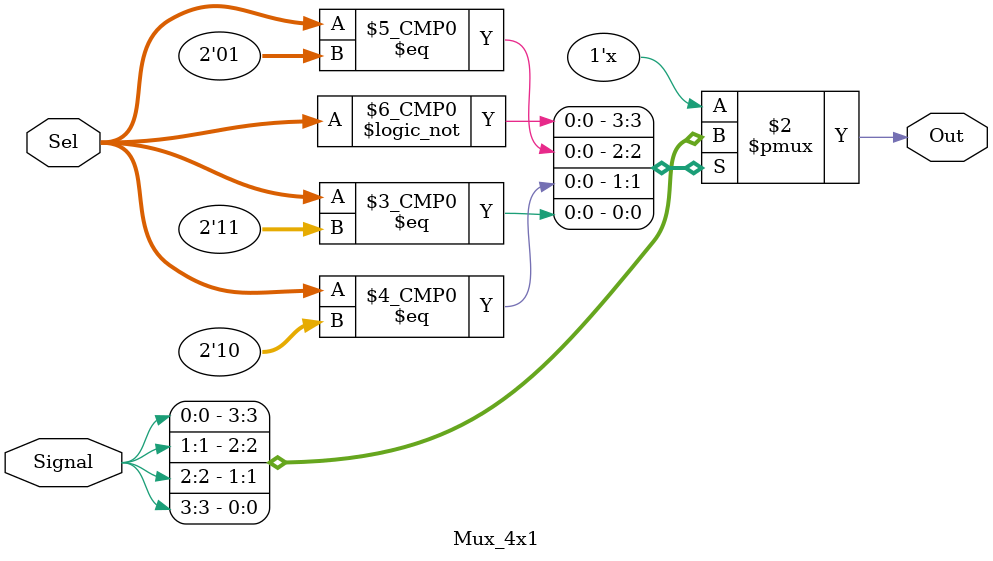
<source format=v>
`timescale 1ns / 1ps
module Comparator_MUX(A, B, Eq, Lt, Gt);
 input A, B;
 output Eq, Gt, Lt;
 
 Mux_4x1 M1 (.Signal(4'b1001), .Sel({A, B}), .Out(Eq));
 Mux_4x1 M2 (.Signal(4'b0010), .Sel({A, B}), .Out(Lt));
 Mux_4x1 M3 (.Signal(4'b0100), .Sel({A, B}), .Out(Gt));
 
endmodule

module Mux_4x1(Signal, Sel, Out);
   input [3 : 0] Signal;
   input [1 : 0] Sel;
   output reg    Out;
   
   always @(*) begin
    case (Sel)
     2'b00 : Out = Signal[0];
     2'b01 : Out = Signal[1];
     2'b10 : Out = Signal[2];
     2'b11 : Out = Signal[3];
     endcase
    end
 endmodule 
</source>
